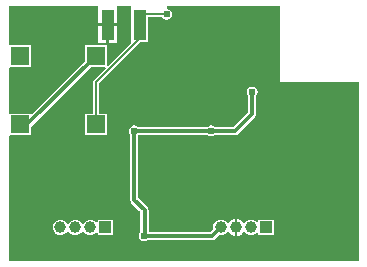
<source format=gbl>
%FSTAX23Y23*%
%MOIN*%
%SFA1B1*%

%IPPOS*%
%ADD13C,0.005905*%
%ADD55C,0.039370*%
%ADD56R,0.039370X0.039370*%
%ADD57R,0.059055X0.059055*%
%ADD58C,0.024016*%
%ADD59C,0.024016*%
%ADD60C,0.025984*%
%ADD61R,0.043307X0.102362*%
%ADD62C,0.014961*%
%ADD63C,0.013780*%
%LNfinal_1_board-1*%
%LPD*%
G36*
X00359Y00324D02*
X00359Y00322D01*
X00622*
Y-00275*
X-00544*
Y0014*
X-00541Y00144*
X-00539*
X-0047*
Y00172*
X-0027Y00372*
X-00222*
X-0022Y00367*
X-0026Y00327*
X-00262Y00324*
X-00262Y0032*
Y00215*
X-00289*
Y00144*
X-00218*
Y00215*
X-00244*
Y00317*
X-00106Y00455*
X-0008*
Y00537*
X-00033*
X-00031Y00533*
X-00025Y00529*
X-00018Y00527*
X-00011Y00529*
X-00005Y00533*
X-00001Y00538*
X0Y00546*
X-00001Y00553*
X-00005Y00559*
X-00011Y00562*
X-00017Y00564*
Y00574*
X00359*
Y00324*
G37*
G36*
X-00135Y0057D02*
D01*
Y00455*
X-00137Y00451*
X-00213Y00374*
X-00218Y00376*
Y00443*
X-00289*
Y0039*
X-00466Y00213*
X-0047Y00215*
X-00539*
X-00541*
X-00544Y00218*
Y00368*
X-00541Y00372*
X-00539*
X-0047*
Y00443*
X-00539*
X-00541*
X-00544Y00447*
Y00574*
X-0025*
X-00246Y00574*
Y00569*
Y00518*
X-00214*
X-00182*
Y00569*
Y00574*
X-00177Y00574*
X-00136*
X-00135Y0057*
G37*
%LNfinal_1_board-2*%
%LPC*%
G36*
X00268Y00305D02*
X00261Y00303D01*
X00255Y003*
X00251Y00294*
X00249Y00287*
X00251Y00279*
X00254Y00275*
Y0022*
X00205Y00171*
X00142*
X00138Y00174*
X00131Y00176*
X00124Y00174*
X00119Y00172*
X-00114*
X-00118Y00175*
X-00125Y00176*
X-00133Y00175*
X-00138Y00171*
X-00142Y00165*
X-00144Y00158*
X-00142Y00151*
X-00139Y00146*
Y-00073*
X-00138Y-00078*
X-00135Y-00083*
X-00105Y-00112*
Y-0018*
X-00109Y-00185*
X-0011Y-00192*
X-00109Y-002*
X-00105Y-00205*
X-00099Y-00209*
X-00092Y-00211*
X-00085Y-00209*
X-0008Y-00206*
X00135*
X00141Y-00205*
X00145Y-00202*
X00158Y-0019*
X00164Y-0019*
X0017Y-0019*
X00176Y-00187*
X00182Y-00183*
X00183Y-00181*
X00184Y-00181*
X00189Y-00181*
X00192Y-00186*
X00199Y-0019*
X00206Y-00194*
X00209*
Y-00164*
Y-00135*
X00206Y-00136*
X00199Y-00138*
X00192Y-00143*
X00189Y-00148*
X00184Y-00148*
X00183Y-00148*
X00182Y-00146*
X00176Y-00142*
X0017Y-0014*
X00164Y-00138*
X00157Y-0014*
X00151Y-00142*
X00145Y-00146*
X00141Y-00151*
X00138Y-00158*
X00138Y-00164*
X00138Y-0017*
X0013Y-00179*
X-00077*
Y-00107*
X-00079Y-00102*
X-00081Y-00097*
X-00112Y-00067*
Y00144*
X00118*
X00124Y0014*
X00131Y00139*
X00138Y0014*
X00142Y00144*
X00211*
X00216Y00145*
X0022Y00148*
X00277Y00205*
X0028Y00209*
X00281Y00214*
Y00275*
X00285Y00279*
X00286Y00287*
X00285Y00294*
X00281Y003*
X00275Y00303*
X00268Y00305*
G37*
G36*
X-00272Y-00138D02*
X-00278Y-0014D01*
X-00285Y-00142*
X-0029Y-00146*
X-00294Y-00151*
X-00296Y-00152*
X-00297*
X-00299Y-00151*
X-00303Y-00146*
X-00309Y-00142*
X-00315Y-0014*
X-00322Y-00138*
X-00328Y-0014*
X-00335Y-00142*
X-0034Y-00146*
X-00344Y-00151*
X-00346Y-00152*
X-00347*
X-00349Y-00151*
X-00353Y-00146*
X-00359Y-00142*
X-00365Y-0014*
X-00372Y-00138*
X-00378Y-0014*
X-00385Y-00142*
X-0039Y-00146*
X-00394Y-00151*
X-00396Y-00158*
X-00398Y-00164*
X-00396Y-00171*
X-00394Y-00177*
X-0039Y-00183*
X-00385Y-00187*
X-00378Y-0019*
X-00372Y-0019*
X-00365Y-0019*
X-00359Y-00187*
X-00353Y-00183*
X-00349Y-00178*
X-00347Y-00177*
X-00346*
X-00344Y-00178*
X-0034Y-00183*
X-00335Y-00187*
X-00328Y-0019*
X-00322Y-0019*
X-00315Y-0019*
X-00309Y-00187*
X-00303Y-00183*
X-00299Y-00178*
X-00297Y-00177*
X-00296*
X-00294Y-00178*
X-0029Y-00183*
X-00285Y-00187*
X-00278Y-0019*
X-00272Y-0019*
X-00265Y-0019*
X-00259Y-00187*
X-00253Y-00183*
X-00252Y-00181*
X-00247Y-00183*
Y-0019*
X-00196*
Y-00139*
X-00247*
Y-00146*
X-00252Y-00148*
X-00253Y-00146*
X-00259Y-00142*
X-00265Y-0014*
X-00272Y-00138*
G37*
G36*
X00218Y-00135D02*
Y-00164D01*
Y-00194*
X00221*
X00229Y-0019*
X00235Y-00186*
X00238Y-00181*
X00243Y-00181*
X00244Y-00181*
X00245Y-00183*
X00251Y-00187*
X00257Y-0019*
X00264Y-0019*
X0027Y-0019*
X00276Y-00187*
X00282Y-00183*
X00283Y-00181*
X00288Y-00183*
Y-0019*
X00339*
Y-00139*
X00288*
Y-00146*
X00283Y-00148*
X00282Y-00146*
X00276Y-00142*
X0027Y-0014*
X00264Y-00138*
X00257Y-0014*
X00251Y-00142*
X00245Y-00146*
X00244Y-00148*
X00243Y-00148*
X00238Y-00148*
X00235Y-00143*
X00229Y-00138*
X00221Y-00136*
X00218Y-00135*
G37*
G36*
X-00182Y00507D02*
X-00209D01*
Y00451*
X-00182*
Y00507*
G37*
G36*
X-00219D02*
X-00246D01*
Y00451*
X-00219*
Y00507*
G37*
%LNfinal_1_board-3*%
%LPD*%
G54D13*
X-00114Y00516D02*
X-00085Y00546D01*
X-00107Y00466D02*
Y00512D01*
X-00253Y0032D02*
X-00107Y00466D01*
X-00253Y00179D02*
Y0032D01*
X-00085Y00546D02*
X-00018D01*
X-00505Y00179D02*
X-00482D01*
G54D55*
X-00372Y-00164D03*
X-00322D03*
X-00272D03*
X00264D03*
X00214D03*
X00164D03*
G54D56*
X-00222Y-00164D03*
X00314D03*
G54D57*
X-00505Y00179D03*
Y00407D03*
X-00253Y00179D03*
Y00407D03*
G54D58*
X-00294Y00327D03*
X-00357Y00375D03*
X00209Y00521D03*
X00318Y00237D03*
X-00516Y00059D03*
X-00257Y00561D03*
X00091D03*
X-00392Y00555D03*
X-00279Y00231D03*
X-00305Y00081D03*
X-00311Y-00013D03*
X-00505Y00238D03*
X-00507Y00342D03*
X-00018Y00546D03*
X-00109Y00287D03*
X0052Y0002D03*
X00253Y-0007D03*
X00401Y-00068D03*
X00205Y00016D03*
X-00092Y-00192D03*
X-00188Y-00258D03*
X00176Y00555D03*
X00468Y00112D03*
X-00117Y00227D03*
X00503Y00242D03*
X00496Y00188D03*
X00588Y00244D03*
X00598Y00146D03*
X00496D03*
X00572Y00066D03*
X00438Y00081D03*
X00468Y-00033D03*
X00394Y0004D03*
X-00525Y00561D03*
X-00527Y00472D03*
X-00531Y0013D03*
Y-00169D03*
X-00527Y-00255D03*
X-00316Y-00262D03*
X-00027Y-00257D03*
X0015Y-00257D03*
X00333Y-00262D03*
X00485D03*
X00605Y-00261D03*
X00609Y-00157D03*
Y-00047D03*
X00596Y001D03*
X00598Y00188D03*
X00344Y00556D03*
X00344Y00475D03*
X00346Y00421D03*
X00594Y00306D03*
X00414Y00307D03*
X00464Y00306D03*
X00368Y00303D03*
X00268Y00287D03*
X-00117Y-00118D03*
X-00131Y-00192D03*
X00131Y00201D03*
X00194Y00231D03*
X00104D03*
X00065D03*
Y00291D03*
X-00018Y00191D03*
X-00271Y00116D03*
X-00345Y-00105D03*
X-00477Y-00044D03*
X00259Y0053D03*
X0017Y00479D03*
X00235Y00238D03*
X00159Y00231D03*
X00333Y00125D03*
X00292Y00122D03*
X00259Y00103D03*
Y00068D03*
X00342Y-0007D03*
X00348Y00029D03*
X0026Y00028D03*
X00201Y-00049D03*
X-00125Y00158D03*
G54D59*
X00131Y00157D03*
G54D60*
X-0007Y0007D03*
X-00023D03*
X00023D03*
X0007D03*
X-0007Y00023D03*
X-00023D03*
X00023D03*
X0007D03*
X-0007Y-00023D03*
X-00023D03*
X00023D03*
X0007D03*
X-0007Y-0007D03*
X-00023D03*
X00023D03*
X0007D03*
G54D61*
X-00107Y00512D03*
X-00214D03*
G54D62*
X-00125Y00158D02*
X0013D01*
X00131Y00157*
X-00092Y-00192D02*
X-00091Y-00192D01*
X-00092Y-00192D02*
X00135D01*
X00268Y00214D02*
Y00287D01*
X-00091Y-00192D02*
Y-00107D01*
X-00125Y-00073D02*
X-00091Y-00107D01*
X00211Y00157D02*
X00268Y00214D01*
X00131Y00157D02*
X00211D01*
X00135Y-00192D02*
X00164Y-00164D01*
X-00125Y-00073D02*
Y00158D01*
G54D63*
X-00482Y00179D02*
X-00253Y00407D01*
M02*
</source>
